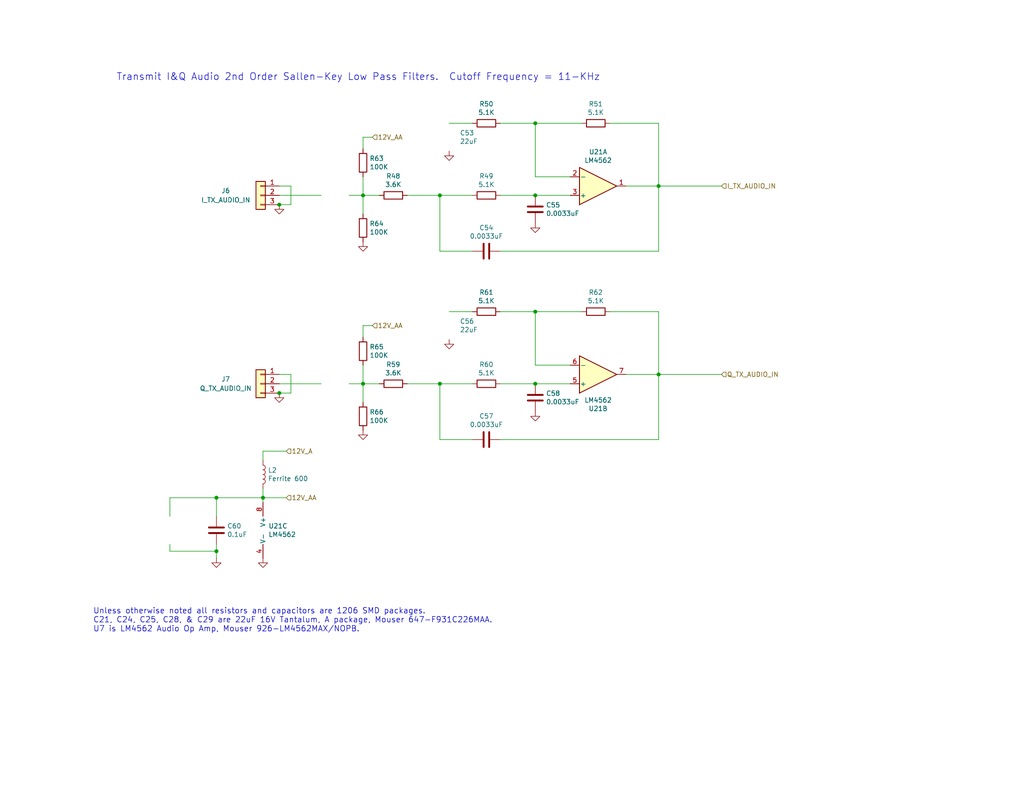
<source format=kicad_sch>
(kicad_sch (version 20211123) (generator eeschema)
  (paper "USLetter")
  (title_block (title "QSD, QSE, LO, & GPS Board") (date "2023-02-05") (rev "3.1") (company "AD5GH") (comment 1 "Refer to www.ad5gh.com for further details & attribution.") (comment 2 "2022 SDR HF Transceiver") (comment 4 "Removed Post Mixer Amp, Added TX Audio LPF"))
  (lib_symbols
    (symbol "Amplifier_Operational:LM4562" (pin_names (offset 0.127))
      (property "Reference" "U" (at 0 5.08 0))
      (property "Value" "LM4562" (at 0 -5.08 0))
      (symbol "LM4562_1_1"
        (polyline (pts (xy -5.08 5.08) (xy 5.08 0) (xy -5.08 -5.08) (xy -5.08 5.08)) (stroke (width 0.254)) (fill (type background)))
        (pin output line (at 7.62 0 180) (length 2.54) (name "~") (number "1"))
        (pin input line (at -7.62 -2.54 0) (length 2.54) (name "-") (number "2"))
        (pin input line (at -7.62 2.54 0) (length 2.54) (name "+") (number "3"))
      )
      (symbol "LM4562_2_1"
        (polyline (pts (xy -5.08 5.08) (xy 5.08 0) (xy -5.08 -5.08) (xy -5.08 5.08)) (stroke (width 0.254)) (fill (type background)))
        (pin input line (at -7.62 2.54 0) (length 2.54) (name "+") (number "5"))
        (pin input line (at -7.62 -2.54 0) (length 2.54) (name "-") (number "6"))
        (pin output line (at 7.62 0 180) (length 2.54) (name "~") (number "7"))
      )
      (symbol "LM4562_3_1"
        (pin power_in line (at -2.54 -7.62 90) (length 3.81) (name "V-") (number "4"))
        (pin power_in line (at -2.54 7.62 270) (length 3.81) (name "V+") (number "8"))
      )
    )
    (symbol "Connector_Generic:Conn_01x03" (pin_names (offset 1.016) hide)
      (property "Reference" "J" (at 0 5.08 0))
      (property "Value" "Conn_01x03" (at 0 -5.08 0))
      (symbol "Conn_01x03_1_1"
        (rectangle (start -1.27 -2.413) (end 0 -2.667) (stroke (width 0.1524)))
        (rectangle (start -1.27 0.127) (end 0 -0.127) (stroke (width 0.1524)))
        (rectangle (start -1.27 2.667) (end 0 2.413) (stroke (width 0.1524)))
        (rectangle (start -1.27 3.81) (end 1.27 -3.81) (stroke (width 0.254)) (fill (type background)))
        (pin passive line (at -5.08 2.54 0) (length 3.81) (name "Pin_1") (number "1"))
        (pin passive line (at -5.08 0 0) (length 3.81) (name "Pin_2") (number "2"))
        (pin passive line (at -5.08 -2.54 0) (length 3.81) (name "Pin_3") (number "3"))
      )
    )
    (symbol "Device:C" (pin_numbers hide) (pin_names (offset 0.254))
      (property "Reference" "C" (at 0.635 2.54 0))
      (property "Value" "C" (at 0.635 -2.54 0))
      (symbol "C_0_1"
        (polyline (pts (xy -2.032 -0.762) (xy 2.032 -0.762)) (stroke (width 0.508)))
        (polyline (pts (xy -2.032 0.762) (xy 2.032 0.762)) (stroke (width 0.508)))
      )
      (symbol "C_1_1"
        (pin passive line (at 0 3.81 270) (length 2.794) (name "~") (number "1"))
        (pin passive line (at 0 -3.81 90) (length 2.794) (name "~") (number "2"))
      )
    )
    (symbol "Device:L" (pin_numbers hide) (pin_names (offset 1.016) hide)
      (property "Reference" "L" (at -1.27 0 90))
      (property "Value" "L" (at 1.905 0 90))
      (symbol "L_0_1"
        (arc (start 0 -2.54) (mid 0.635 -1.905) (end 0 -1.27))
        (arc (start 0 -1.27) (mid 0.635 -0.635) (end 0 0))
        (arc (start 0 0) (mid 0.635 0.635) (end 0 1.27))
        (arc (start 0 1.27) (mid 0.635 1.905) (end 0 2.54))
      )
      (symbol "L_1_1"
        (pin passive line (at 0 3.81 270) (length 1.27) (name "1") (number "1"))
        (pin passive line (at 0 -3.81 90) (length 1.27) (name "2") (number "2"))
      )
    )
    (symbol "Device:R" (pin_numbers hide) (pin_names (offset 0))
      (property "Reference" "R" (at 2.032 0 90))
      (property "Value" "R" (at 0 0 90))
      (symbol "R_0_1"
        (rectangle (start -1.016 -2.54) (end 1.016 2.54) (stroke (width 0.254)))
      )
      (symbol "R_1_1"
        (pin passive line (at 0 3.81 270) (length 1.27) (name "~") (number "1"))
        (pin passive line (at 0 -3.81 90) (length 1.27) (name "~") (number "2"))
      )
    )
    (symbol "power:GND" (power) (pin_names (offset 0))
      (property "Value" "GND" (at 0 -3.81 0))
      (symbol "GND_0_1"
        (polyline (pts (xy 0 0) (xy 0 -1.27) (xy 1.27 -1.27) (xy 0 -2.54) (xy -1.27 -1.27) (xy 0 -1.27)))
      )
      (symbol "GND_1_1"
        (pin power_in line (at 0 0 270) (length 0) hide (name "GND") (number "1"))
      )
    )
  )
  (junction (at 99.06 53.34))
  (junction (at 76.2 107.315))
  (junction (at 71.755 135.89))
  (junction (at 99.06 104.775))
  (junction (at 146.05 85.09))
  (junction (at 120.015 104.775))
  (junction (at 76.2 55.88))
  (junction (at 146.05 104.775))
  (junction (at 179.705 102.235))
  (junction (at 120.015 53.34))
  (junction (at 179.705 50.8))
  (junction (at 146.05 53.34))
  (junction (at 59.055 135.89))
  (junction (at 59.055 150.495))
  (junction (at 146.05 33.655))
  (wire (pts (xy 46.355 135.89) (xy 59.055 135.89)))
  (wire (pts (xy 99.06 37.465) (xy 101.6 37.465)))
  (wire (pts (xy 71.755 133.35) (xy 71.755 135.89)))
  (wire (pts (xy 95.25 53.34) (xy 99.06 53.34)))
  (wire (pts (xy 99.06 58.42) (xy 99.06 53.34)))
  (wire (pts (xy 111.125 104.775) (xy 120.015 104.775)))
  (wire (pts (xy 120.015 120.015) (xy 128.905 120.015)))
  (wire (pts (xy 99.06 88.9) (xy 101.6 88.9)))
  (wire (pts (xy 71.755 123.19) (xy 78.105 123.19)))
  (wire (pts (xy 46.355 148.59) (xy 46.355 150.495)))
  (wire (pts (xy 79.375 107.315) (xy 76.2 107.315)))
  (wire (pts (xy 179.705 85.09) (xy 179.705 102.235)))
  (wire (pts (xy 99.06 48.26) (xy 99.06 53.34)))
  (wire (pts (xy 120.015 104.775) (xy 128.905 104.775)))
  (wire (pts (xy 136.525 104.775) (xy 146.05 104.775)))
  (wire (pts (xy 146.05 99.695) (xy 155.575 99.695)))
  (wire (pts (xy 79.375 50.8) (xy 79.375 55.88)))
  (wire (pts (xy 59.055 140.97) (xy 59.055 135.89)))
  (wire (pts (xy 76.2 102.235) (xy 79.375 102.235)))
  (wire (pts (xy 79.375 55.88) (xy 76.2 55.88)))
  (wire (pts (xy 179.705 102.235) (xy 196.85 102.235)))
  (wire (pts (xy 146.05 53.34) (xy 155.575 53.34)))
  (wire (pts (xy 179.705 33.655) (xy 179.705 50.8)))
  (wire (pts (xy 71.755 135.89) (xy 78.105 135.89)))
  (wire (pts (xy 120.015 53.34) (xy 120.015 68.58)))
  (wire (pts (xy 120.015 53.34) (xy 128.905 53.34)))
  (wire (pts (xy 99.06 92.075) (xy 99.06 88.9)))
  (wire (pts (xy 46.355 140.97) (xy 46.355 135.89)))
  (wire (pts (xy 99.06 53.34) (xy 103.505 53.34)))
  (wire (pts (xy 59.055 150.495) (xy 59.055 152.4)))
  (wire (pts (xy 146.05 33.655) (xy 146.05 48.26)))
  (wire (pts (xy 120.015 104.775) (xy 120.015 120.015)))
  (wire (pts (xy 59.055 148.59) (xy 59.055 150.495)))
  (wire (pts (xy 76.2 104.775) (xy 87.63 104.775)))
  (wire (pts (xy 71.755 123.19) (xy 71.755 125.73)))
  (wire (pts (xy 136.525 53.34) (xy 146.05 53.34)))
  (wire (pts (xy 99.06 109.855) (xy 99.06 104.775)))
  (wire (pts (xy 166.37 33.655) (xy 179.705 33.655)))
  (wire (pts (xy 146.05 85.09) (xy 146.05 99.695)))
  (wire (pts (xy 120.015 68.58) (xy 128.905 68.58)))
  (wire (pts (xy 111.125 53.34) (xy 120.015 53.34)))
  (wire (pts (xy 158.75 85.09) (xy 146.05 85.09)))
  (wire (pts (xy 166.37 85.09) (xy 179.705 85.09)))
  (wire (pts (xy 99.06 40.64) (xy 99.06 37.465)))
  (wire (pts (xy 179.705 102.235) (xy 170.815 102.235)))
  (wire (pts (xy 76.2 53.34) (xy 87.63 53.34)))
  (wire (pts (xy 136.525 120.015) (xy 179.705 120.015)))
  (wire (pts (xy 179.705 50.8) (xy 170.815 50.8)))
  (wire (pts (xy 95.25 104.775) (xy 99.06 104.775)))
  (wire (pts (xy 136.525 68.58) (xy 179.705 68.58)))
  (wire (pts (xy 128.905 85.09) (xy 122.555 85.09)))
  (wire (pts (xy 46.355 150.495) (xy 59.055 150.495)))
  (wire (pts (xy 158.75 33.655) (xy 146.05 33.655)))
  (wire (pts (xy 79.375 102.235) (xy 79.375 107.315)))
  (wire (pts (xy 179.705 120.015) (xy 179.705 102.235)))
  (wire (pts (xy 128.905 33.655) (xy 122.555 33.655)))
  (wire (pts (xy 99.06 99.695) (xy 99.06 104.775)))
  (wire (pts (xy 179.705 68.58) (xy 179.705 50.8)))
  (wire (pts (xy 59.055 135.89) (xy 71.755 135.89)))
  (wire (pts (xy 136.525 85.09) (xy 146.05 85.09)))
  (wire (pts (xy 146.05 48.26) (xy 155.575 48.26)))
  (wire (pts (xy 136.525 33.655) (xy 146.05 33.655)))
  (wire (pts (xy 71.755 135.89) (xy 71.755 137.16)))
  (wire (pts (xy 76.2 50.8) (xy 79.375 50.8)))
  (wire (pts (xy 99.06 104.775) (xy 103.505 104.775)))
  (wire (pts (xy 179.705 50.8) (xy 196.85 50.8)))
  (wire (pts (xy 146.05 104.775) (xy 155.575 104.775)))
  (text "Unless otherwise noted all resistors and capacitors are 1206 SMD packages.\nC21, C24, C25, C28, & C29 are 22uF 16V Tantalum, A package, Mouser 647-F931C226MAA.\nU7 is LM4562 Audio Op Amp, Mouser 926-LM4562MAX/NOPB." (at 25.4 172.72 0) (effects (font (size 1.524 1.524)) (justify left bottom)))
  (text "Transmit I&Q Audio 2nd Order Sallen-Key Low Pass Filters.  Cutoff Frequency = 11-KHz" (at 31.75 22.225 0) (effects (font (size 1.905 1.905)) (justify left bottom)))
  (hierarchical_label "12V_AA" (shape input) (at 101.6 37.465 0))
  (hierarchical_label "12V_AA" (shape input) (at 101.6 88.9 0))
  (hierarchical_label "Q_TX_AUDIO_IN" (shape input) (at 196.85 102.235 0))
  (hierarchical_label "I_TX_AUDIO_IN" (shape input) (at 196.85 50.8 0))
  (hierarchical_label "12V_AA" (shape input) (at 78.105 135.89 0))
  (hierarchical_label "12V_A" (shape input) (at 78.105 123.19 0))
  (symbol (lib_id "Amplifier_Operational:LM4562") (at 163.195 50.8 0) (mirror x) (unit 1)
    (property "Reference" "U21" (at 163.195 41.4782 0))
    (property "Value" "LM4562" (at 163.195 43.7896 0))
    (property "Datasheet" "http://www.ti.com/lit/ds/symlink/lm4562.pdf" (effects hide))
  )
  (symbol (lib_id "Amplifier_Operational:LM4562") (at 163.195 102.235 0) (mirror x) (unit 2)
    (property "Reference" "U21" (at 163.195 111.5568 0))
    (property "Value" "LM4562" (at 163.195 109.2454 0))
    (property "Datasheet" "http://www.ti.com/lit/ds/symlink/lm4562.pdf" (effects hide))
  )
  (symbol (lib_id "Device:R") (at 107.315 53.34 270) (unit 1)
    (property "Reference" "R48" (at 107.315 48.0822 90))
    (property "Value" "3.6K" (at 107.315 50.3936 90))
  )
  (symbol (lib_id "Device:R") (at 132.715 53.34 270) (unit 1)
    (property "Reference" "R49" (at 132.715 48.0822 90))
    (property "Value" "5.1K" (at 132.715 50.3936 90))
  )
  (symbol (lib_id "Device:C") (at 132.715 68.58 270) (unit 1)
    (property "Reference" "C54" (at 132.715 62.1792 90))
    (property "Value" "0.0033uF" (at 132.715 64.4906 90))
  )
  (symbol (lib_id "Device:C") (at 146.05 57.15 0) (unit 1)
    (property "Reference" "C55" (at 148.971 55.9816 0) (effects (justify left)))
    (property "Value" "0.0033uF" (at 148.971 58.293 0) (effects (justify left)))
  )
  (symbol (lib_id "power:GND") (at 146.05 60.96 0) (unit 1)
    (property "Reference" "#PWR?" (effects hide))
    (property "Value" "GND" (effects hide))
  )
  (symbol (lib_id "Device:R") (at 162.56 33.655 270) (unit 1)
    (property "Reference" "R51" (at 162.56 28.3972 90))
    (property "Value" "5.1K" (at 162.56 30.7086 90))
  )
  (symbol (lib_id "Device:R") (at 132.715 33.655 270) (unit 1)
    (property "Reference" "R50" (at 132.715 28.3972 90))
    (property "Value" "5.1K" (at 132.715 30.7086 90))
  )
  (symbol (lib_id "Device:CP1") (at 122.555 37.465 0) (unit 1)
    (property "Reference" "C53" (at 125.476 36.2966 0) (effects (justify left)))
    (property "Value" "22uF" (at 125.476 38.608 0) (effects (justify left)))
  )
  (symbol (lib_id "power:GND") (at 122.555 41.275 0) (unit 1)
    (property "Reference" "#PWR?" (effects hide))
    (property "Value" "GND" (effects hide))
  )
  (symbol (lib_id "Amplifier_Operational:LM4562") (at 74.295 144.78 0) (unit 3)
    (property "Reference" "U21" (at 73.2282 143.6116 0) (effects (justify left)))
    (property "Value" "LM4562" (at 73.2282 145.923 0) (effects (justify left)))
    (property "Datasheet" "http://www.ti.com/lit/ds/symlink/lm4562.pdf" (effects hide))
  )
  (symbol (lib_id "Device:R") (at 107.315 104.775 270) (unit 1)
    (property "Reference" "R59" (at 107.315 99.5172 90))
    (property "Value" "3.6K" (at 107.315 101.8286 90))
  )
  (symbol (lib_id "Device:R") (at 132.715 104.775 270) (unit 1)
    (property "Reference" "R60" (at 132.715 99.5172 90))
    (property "Value" "5.1K" (at 132.715 101.8286 90))
  )
  (symbol (lib_id "Device:C") (at 132.715 120.015 270) (unit 1)
    (property "Reference" "C57" (at 132.715 113.6142 90))
    (property "Value" "0.0033uF" (at 132.715 115.9256 90))
  )
  (symbol (lib_id "Device:C") (at 146.05 108.585 0) (unit 1)
    (property "Reference" "C58" (at 148.971 107.4166 0) (effects (justify left)))
    (property "Value" "0.0033uF" (at 148.971 109.728 0) (effects (justify left)))
  )
  (symbol (lib_id "power:GND") (at 146.05 112.395 0) (unit 1)
    (property "Reference" "#PWR?" (effects hide))
    (property "Value" "GND" (effects hide))
  )
  (symbol (lib_id "Device:R") (at 162.56 85.09 270) (unit 1)
    (property "Reference" "R62" (at 162.56 79.8322 90))
    (property "Value" "5.1K" (at 162.56 82.1436 90))
  )
  (symbol (lib_id "Device:R") (at 132.715 85.09 270) (unit 1)
    (property "Reference" "R61" (at 132.715 79.8322 90))
    (property "Value" "5.1K" (at 132.715 82.1436 90))
  )
  (symbol (lib_id "Device:CP1") (at 122.555 88.9 0) (unit 1)
    (property "Reference" "C56" (at 125.476 87.7316 0) (effects (justify left)))
    (property "Value" "22uF" (at 125.476 90.043 0) (effects (justify left)))
  )
  (symbol (lib_id "power:GND") (at 122.555 92.71 0) (unit 1)
    (property "Reference" "#PWR?" (effects hide))
    (property "Value" "GND" (effects hide))
  )
  (symbol (lib_id "Device:CP1") (at 91.44 53.34 270) (unit 1)
    (property "Reference" "C40" (at 91.44 46.99 90))
    (property "Value" "22uF" (at 91.44 49.53 90))
  )
  (symbol (lib_id "Device:CP1") (at 91.44 104.775 270) (unit 1)
    (property "Reference" "C43" (at 91.44 98.425 90))
    (property "Value" "22uF" (at 91.44 100.965 90))
  )
  (symbol (lib_id "power:GND") (at 71.755 152.4 0) (unit 1)
    (property "Reference" "#PWR?" (effects hide))
    (property "Value" "GND" (effects hide))
  )
  (symbol (lib_id "Device:L") (at 71.755 129.54 0) (unit 1)
    (property "Reference" "L2" (at 73.1012 128.3716 0) (effects (justify left)))
    (property "Value" "Ferrite 600" (at 73.1012 130.683 0) (effects (justify left)))
  )
  (symbol (lib_id "Device:C") (at 59.055 144.78 0) (unit 1)
    (property "Reference" "C60" (at 61.976 143.6116 0) (effects (justify left)))
    (property "Value" "0.1uF" (at 61.976 145.923 0) (effects (justify left)))
  )
  (symbol (lib_id "power:GND") (at 59.055 152.4 0) (unit 1)
    (property "Reference" "#PWR?" (effects hide))
    (property "Value" "GND" (effects hide))
  )
  (symbol (lib_id "Device:CP1") (at 46.355 144.78 0) (unit 1)
    (property "Reference" "C59" (at 49.276 143.6116 0) (effects (justify left)))
    (property "Value" "22uF" (at 49.276 145.923 0) (effects (justify left)))
  )
  (symbol (lib_id "power:GND") (at 76.2 55.88 0) (unit 1)
    (property "Reference" "#PWR?" (effects hide))
    (property "Value" "GND" (effects hide))
  )
  (symbol (lib_id "Connector_Generic:Conn_01x03") (at 71.12 53.34 0) (mirror y) (unit 1)
    (property "Reference" "J6" (at 61.595 52.07 0))
    (property "Value" "I_TX_AUDIO_IN" (at 61.595 54.61 0))
  )
  (symbol (lib_id "power:GND") (at 76.2 107.315 0) (unit 1)
    (property "Reference" "#PWR?" (effects hide))
    (property "Value" "GND" (effects hide))
  )
  (symbol (lib_id "Connector_Generic:Conn_01x03") (at 71.12 104.775 0) (mirror y) (unit 1)
    (property "Reference" "J7" (at 61.595 103.505 0))
    (property "Value" "Q_TX_AUDIO_IN" (at 61.595 106.045 0))
  )
  (symbol (lib_id "Device:R") (at 99.06 44.45 0) (unit 1)
    (property "Reference" "R63" (at 100.838 43.2816 0) (effects (justify left)))
    (property "Value" "100K" (at 100.838 45.593 0) (effects (justify left)))
  )
  (symbol (lib_id "Device:R") (at 99.06 62.23 0) (unit 1)
    (property "Reference" "R64" (at 100.838 61.0616 0) (effects (justify left)))
    (property "Value" "100K" (at 100.838 63.373 0) (effects (justify left)))
  )
  (symbol (lib_id "power:GND") (at 99.06 66.04 0) (unit 1)
    (property "Reference" "#PWR?" (effects hide))
    (property "Value" "GND" (effects hide))
  )
  (symbol (lib_id "Device:R") (at 99.06 95.885 0) (unit 1)
    (property "Reference" "R65" (at 100.838 94.7166 0) (effects (justify left)))
    (property "Value" "100K" (at 100.838 97.028 0) (effects (justify left)))
  )
  (symbol (lib_id "Device:R") (at 99.06 113.665 0) (unit 1)
    (property "Reference" "R66" (at 100.838 112.4966 0) (effects (justify left)))
    (property "Value" "100K" (at 100.838 114.808 0) (effects (justify left)))
  )
  (symbol (lib_id "power:GND") (at 99.06 117.475 0) (unit 1)
    (property "Reference" "#PWR?" (effects hide))
    (property "Value" "GND" (effects hide))
  )
)
</source>
